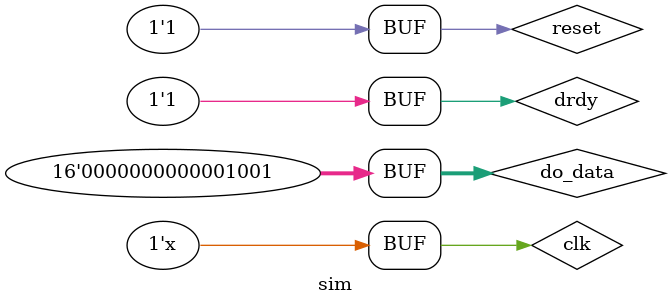
<source format=v>
`timescale 1ns / 1ps


module sim(
    );
    
    reg clk, reset, drdy;
    reg[15:0] do_data;
    wire[6:0] daddr;
    wire[15:0] temp;
    wire den;
    
    temp_catcher catch(
        .clk(clk),
        .reset(reset),
        .drdy(drdy),
        .den(den),
        .do_data(do_data),
        .daddr(daddr),
        .temp(temp)
    );
    
    always #5 clk = ~clk;
    
    initial begin
        clk = 0;
        reset = 0;
        do_data = 0;
        drdy = 0;
        #2 reset = 1;
        
        #103 drdy = 1; do_data = 7;
        #10 drdy = 0;
        #100 drdy = 1; do_data = 9;
    end
    
endmodule

</source>
